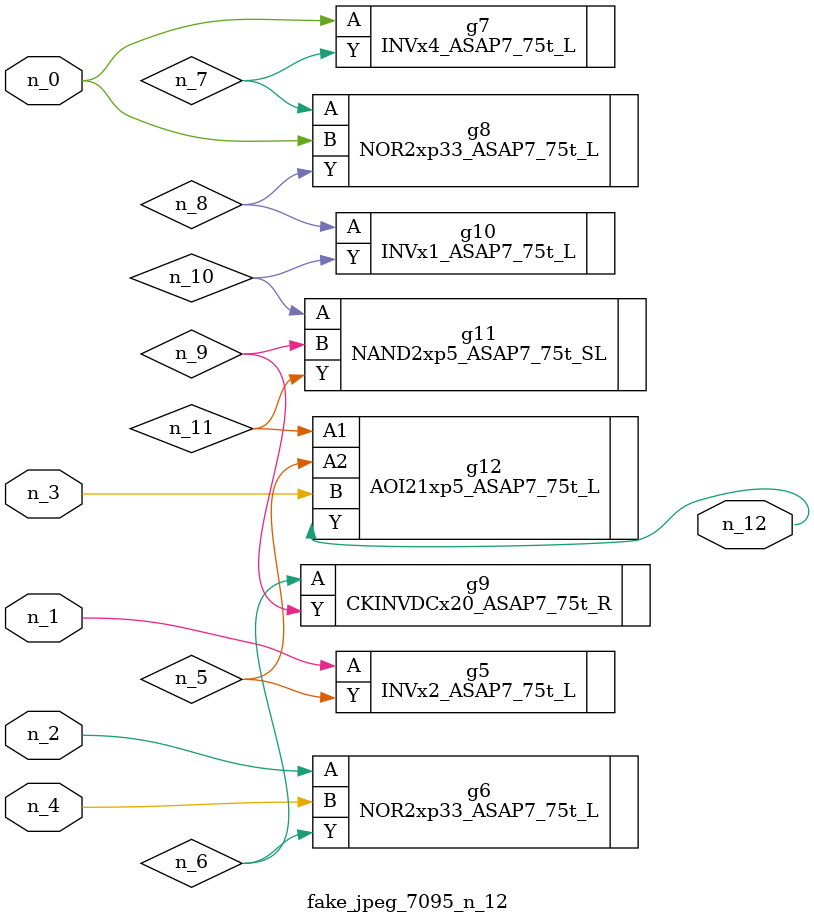
<source format=v>
module fake_jpeg_7095_n_12 (n_3, n_2, n_1, n_0, n_4, n_12);

input n_3;
input n_2;
input n_1;
input n_0;
input n_4;

output n_12;

wire n_11;
wire n_10;
wire n_8;
wire n_9;
wire n_6;
wire n_5;
wire n_7;

INVx2_ASAP7_75t_L g5 ( 
.A(n_1),
.Y(n_5)
);

NOR2xp33_ASAP7_75t_L g6 ( 
.A(n_2),
.B(n_4),
.Y(n_6)
);

INVx4_ASAP7_75t_L g7 ( 
.A(n_0),
.Y(n_7)
);

NOR2xp33_ASAP7_75t_L g8 ( 
.A(n_7),
.B(n_0),
.Y(n_8)
);

INVx1_ASAP7_75t_L g10 ( 
.A(n_8),
.Y(n_10)
);

CKINVDCx20_ASAP7_75t_R g9 ( 
.A(n_6),
.Y(n_9)
);

NAND2xp5_ASAP7_75t_SL g11 ( 
.A(n_10),
.B(n_9),
.Y(n_11)
);

AOI21xp5_ASAP7_75t_L g12 ( 
.A1(n_11),
.A2(n_5),
.B(n_3),
.Y(n_12)
);


endmodule
</source>
